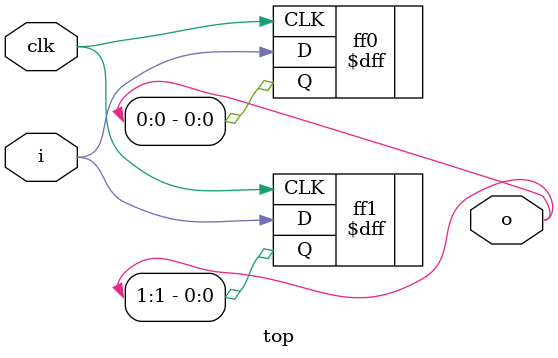
<source format=v>
module top(input clk, i, (* init = 2'b11 *) output [1:0] o);
  \$dff  #(
    .CLK_POLARITY(1'h1),
    .WIDTH(32'd1)
  ) ff1  (
    .CLK(clk),
    .D(i),
    .Q(o[1])
  );
  \$dff  #(
    .CLK_POLARITY(1'h1),
    .WIDTH(32'd1)
  ) ff0  (
    .CLK(clk),
    .D(i),
    .Q(o[0])
  );
endmodule

</source>
